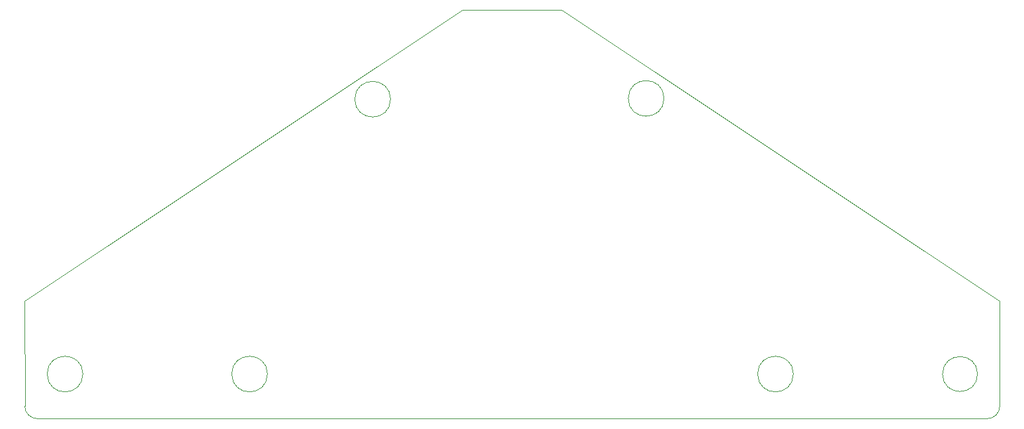
<source format=gm1>
G04 #@! TF.GenerationSoftware,KiCad,Pcbnew,(5.1.5)-3*
G04 #@! TF.CreationDate,2020-03-25T17:20:55+01:00*
G04 #@! TF.ProjectId,4Keys,344b6579-732e-46b6-9963-61645f706362,rev?*
G04 #@! TF.SameCoordinates,Original*
G04 #@! TF.FileFunction,Profile,NP*
%FSLAX46Y46*%
G04 Gerber Fmt 4.6, Leading zero omitted, Abs format (unit mm)*
G04 Created by KiCad (PCBNEW (5.1.5)-3) date 2020-03-25 17:20:55*
%MOMM*%
%LPD*%
G04 APERTURE LIST*
%ADD10C,0.050000*%
G04 APERTURE END LIST*
D10*
X205186000Y-38300000D02*
G75*
G03X205186000Y-38300000I-2286000J0D01*
G01*
X170186000Y-38400000D02*
G75*
G03X170186000Y-38400000I-2286000J0D01*
G01*
X130810000Y-73660000D02*
G75*
G03X130810000Y-73660000I-2286000J0D01*
G01*
X245318000Y-73660000D02*
G75*
G03X245318000Y-73660000I-2240000J0D01*
G01*
X221742000Y-73660000D02*
G75*
G03X221742000Y-73660000I-2286000J0D01*
G01*
X154432000Y-73660000D02*
G75*
G03X154432000Y-73660000I-2286000J0D01*
G01*
X124968000Y-79375000D02*
X246570500Y-79375000D01*
X123380500Y-77787500D02*
X123350000Y-64300000D01*
X124968000Y-79375000D02*
G75*
G02X123380500Y-77787500I0J1587500D01*
G01*
X248158000Y-77787500D02*
X248158000Y-64293750D01*
X248158000Y-77787500D02*
G75*
G02X246570500Y-79375000I-1587500J0D01*
G01*
X123350000Y-64300000D02*
X179387500Y-26987500D01*
X192087500Y-26987500D02*
X248158000Y-64293750D01*
X179387500Y-26987500D02*
X192087500Y-26987500D01*
M02*

</source>
